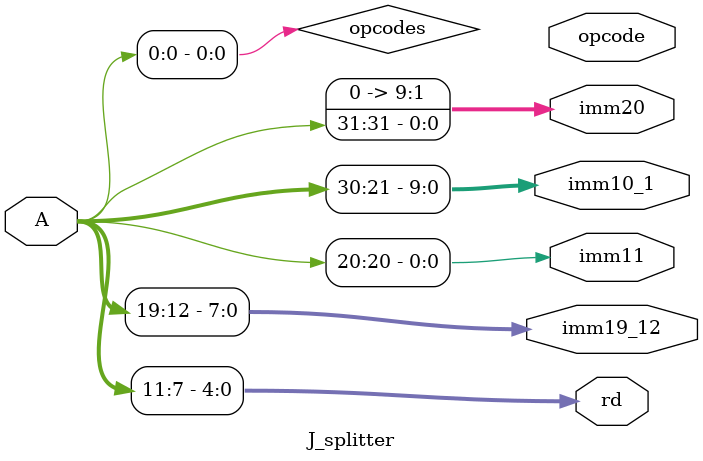
<source format=v>
module J_splitter (
    input [31:0] A,
    output [6:0] opcode,
    output [4:0] rd, 
    output [7:0] imm19_12,
    output [0:0] imm11,
    output [9:0] imm10_1,
    output [9:0] imm20
);

assign opcodes = A[6:0];
assign rd = A[11:7];
assign imm19_12 = A[19:12];
assign imm11 = A[20];
assign imm10_1 = A[30:21];
assign imm20 = A[31];


endmodule
</source>
